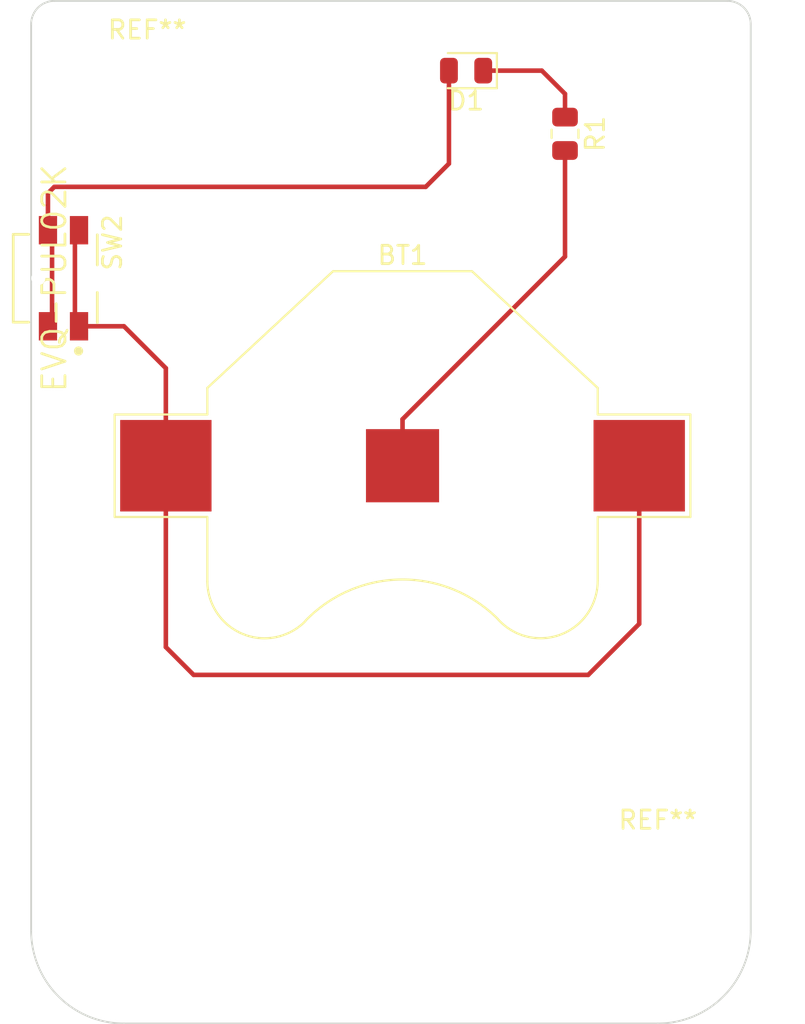
<source format=kicad_pcb>
(kicad_pcb (version 20221018) (generator pcbnew)
  (layers (0 "F.Cu" signal) (31 "B.Cu" signal) (34 "B.Paste" user) (35 "F.Paste" user) (36 "B.SilkS" user "B.Silkscreen") (37 "F.SilkS" user "F.Silkscreen") (38 "B.Mask" user) (39 "F.Mask" user) (44 "Edge.Cuts" user))
  (net 0 "")
  (net 1 "Net-(BT1-+)")
  (net 2 "Net-(BT1--)")
  (net 3 "Net-(D1-K)")
  (net 4 "Net-(D1-A)")
  (footprint "Battery:BatteryHolder_Multicomp_BC-2001_1x2032" (layer "F.Cu") (at 128.27 93.98 180)
    (fp_text reference "BT1" (at 0 11.5) (layer "F.SilkS"))
    (fp_text value "Battery")
    (fp_line (start -15.75 -2.8) (end -10.68 -2.8) (stroke (width 0.12)) (layer "F.SilkS"))
    (fp_line (start -15.75 2.8) (end -15.75 -2.8) (stroke (width 0.12)) (layer "F.SilkS"))
    (fp_line (start -15.75 2.8) (end -10.68 2.8) (stroke (width 0.12)) (layer "F.SilkS"))
    (fp_line (start -10.68 -2.8) (end -10.68 -6.28) (stroke (width 0.12)) (layer "F.SilkS"))
    (fp_line (start -10.68 2.8) (end -10.68 4.25) (stroke (width 0.12)) (layer "F.SilkS"))
    (fp_line (start -10.68 4.25) (end -3.8 10.63) (stroke (width 0.12)) (layer "F.SilkS"))
    (fp_line (start 3.8 10.63) (end -3.8 10.63) (stroke (width 0.12)) (layer "F.SilkS"))
    (fp_line (start 10.68 -2.8) (end 10.68 -6.35) (stroke (width 0.12)) (layer "F.SilkS"))
    (fp_line (start 10.68 2.8) (end 10.68 4.25) (stroke (width 0.12)) (layer "F.SilkS"))
    (fp_line (start 10.68 2.8) (end 15.75 2.8) (stroke (width 0.12)) (layer "F.SilkS"))
    (fp_line (start 10.68 4.25) (end 3.8 10.63) (stroke (width 0.12)) (layer "F.SilkS"))
    (fp_line (start 15.75 -2.8) (end 10.68 -2.8) (stroke (width 0.12)) (layer "F.SilkS"))
    (fp_line (start 15.75 2.8) (end 15.75 -2.8) (stroke (width 0.12)) (layer "F.SilkS"))
    (fp_arc (start -10.677058 -6.3) (mid -8.637972 -9.231689) (end -5.180001 -8.339999) (stroke (width 0.12)) (layer "F.SilkS"))
    (fp_arc (start 5.306422 -8.467392) (mid 0.096808 -6.218103) (end -5.169999 -8.330001) (stroke (width 0.12)) (layer "F.SilkS"))
    (fp_arc (start 5.316452 -8.492753) (mid 8.734461 -9.197232) (end 10.68 -6.3) (stroke (width 0.12)) (layer "F.SilkS"))
    (pad "1" smd rect (at -12.95 0 180) (size 5 5) (layers "F.Cu" "F.Paste" "F.Mask") (net 1 "Net-(BT1-+)"))
    (pad "1" smd rect (at 12.95 0 180) (size 5 5) (layers "F.Cu" "F.Paste" "F.Mask") (net 1 "Net-(BT1-+)"))
    (pad "2" smd rect (at 0 0 180) (size 4 4) (layers "F.Cu" "F.Paste" "F.Mask") (net 2 "Net-(BT1--)"))
  )
  (footprint "MountingHole:MountingHole_2.5mm" (layer "F.Cu") (at 142.24 116.84)
    (fp_text reference "REF**" (at 0 -3.5) (layer "F.SilkS"))
    (fp_text value "MountingHole_2.5mm")
    (pad "" np_thru_hole circle (at 0 0) (size 2.5 2.5) (drill 2.5) (layers "*.Cu" "*.Mask"))
  )
  (footprint "spareparts:Panasonic-EVQ-PUL02K-0" (layer "F.Cu") (at 109.22 83.735 -90)
    (fp_text reference "SW2" (at -3.575 -3.175 90) (layer "F.SilkS") (effects (justify right)))
    (fp_text value "EVQ-PUL02K" (at 0 0 90) (layer "F.SilkS") (effects (font (size 1.27 1.27))))
    (fp_line (start -2.4 2.25) (end -2.4 1.4) (stroke (width 0.15)) (layer "F.SilkS"))
    (fp_line (start -0.725 -2.35) (end -2.375 -2.35) (stroke (width 0.15)) (layer "F.SilkS"))
    (fp_line (start 0.775 -2.35) (end 2.425 -2.35) (stroke (width 0.15)) (layer "F.SilkS"))
    (fp_line (start 2.4 2.25) (end -2.4 2.25) (stroke (width 0.15)) (layer "F.SilkS"))
    (fp_line (start 2.4 2.25) (end 2.4 1.4) (stroke (width 0.15)) (layer "F.SilkS"))
    (fp_circle (center 3.975 -1.325) (end 4.1 -1.325) (stroke (width 0.25)) (fill none) (layer "F.SilkS"))
    (pad "" np_thru_hole circle (at 0 -1.875 270) (size 0.75 0.75) (drill 0.75) (layers "*.Cu" "*.Mask"))
    (pad "" np_thru_hole circle (at 0 0.875 270) (size 0.75 0.75) (drill 0.75) (layers "*.Cu" "*.Mask"))
    (pad "1" smd rect (at 2.625 -1.35 270) (size 1.55 1) (layers "F.Cu" "F.Paste" "F.Mask") (net 1 "Net-(BT1-+)"))
    (pad "2" smd rect (at 2.625 0.35 270) (size 1.55 1) (layers "F.Cu" "F.Paste" "F.Mask") (net 4 "Net-(D1-A)"))
    (pad "3" smd rect (at -2.625 -1.35 270) (size 1.55 1) (layers "F.Cu" "F.Paste" "F.Mask") (net 1 "Net-(BT1-+)"))
    (pad "4" smd rect (at -2.625 0.35 270) (size 1.55 1) (layers "F.Cu" "F.Paste" "F.Mask") (net 4 "Net-(D1-A)"))
  )
  (footprint "MountingHole:MountingHole_2.5mm" (layer "F.Cu") (at 114.3 73.66)
    (fp_text reference "REF**" (at 0 -3.5) (layer "F.SilkS"))
    (fp_text value "MountingHole_2.5mm")
    (pad "" np_thru_hole circle (at 0 0) (size 2.5 2.5) (drill 2.5) (layers "*.Cu" "*.Mask"))
  )
  (footprint "LED_SMD:LED_0805_2012Metric" (layer "F.Cu") (at 131.7475 72.39 180)
    (fp_text reference "D1" (at 0 -1.65) (layer "F.SilkS"))
    (fp_text value "LED")
    (fp_line (start -1.685 -0.96) (end -1.685 0.96) (stroke (width 0.12)) (layer "F.SilkS"))
    (fp_line (start -1.685 0.96) (end 1 0.96) (stroke (width 0.12)) (layer "F.SilkS"))
    (fp_line (start 1 -0.96) (end -1.685 -0.96) (stroke (width 0.12)) (layer "F.SilkS"))
    (pad "1" smd roundrect (at -0.9375 0 180) (size 0.975 1.4) (layers "F.Cu" "F.Paste" "F.Mask") (net 3 "Net-(D1-K)"))
    (pad "2" smd roundrect (at 0.9375 0 180) (size 0.975 1.4) (layers "F.Cu" "F.Paste" "F.Mask") (net 4 "Net-(D1-A)"))
  )
  (footprint "Resistor_SMD:R_0805_2012Metric" (layer "F.Cu") (at 137.16 75.8425 -90)
    (fp_text reference "R1" (at 0 -1.65 90) (layer "F.SilkS"))
    (fp_text value "R")
    (fp_line (start -0.227064 -0.735) (end 0.227064 -0.735) (stroke (width 0.12)) (layer "F.SilkS"))
    (fp_line (start -0.227064 0.735) (end 0.227064 0.735) (stroke (width 0.12)) (layer "F.SilkS"))
    (pad "1" smd roundrect (at -0.9125 0 270) (size 1.025 1.4) (layers "F.Cu" "F.Paste" "F.Mask") (roundrect_rratio 0.243902) (net 3 "Net-(D1-K)"))
    (pad "2" smd roundrect (at 0.9125 0 270) (size 1.025 1.4) (layers "F.Cu" "F.Paste" "F.Mask") (roundrect_rratio 0.243902) (net 2 "Net-(BT1--)"))
  )
  (gr_arc (start 113.03 124.46) (mid 109.437898 122.972102) (end 107.95 119.38) (stroke (width 0.1)) (layer "Edge.Cuts"))
  (gr_line (start 109.22 68.58) (end 146.05 68.58) (stroke (width 0.1)) (layer "Edge.Cuts"))
  (gr_line (start 147.32 69.85) (end 147.32 119.38) (stroke (width 0.1)) (layer "Edge.Cuts"))
  (gr_arc (start 146.05 68.58) (mid 146.948026 68.951974) (end 147.32 69.85) (stroke (width 0.1)) (layer "Edge.Cuts"))
  (gr_line (start 113.03 124.46) (end 142.24 124.46) (stroke (width 0.1)) (layer "Edge.Cuts"))
  (gr_arc (start 107.95 69.85) (mid 108.321974 68.951974) (end 109.22 68.58) (stroke (width 0.1)) (layer "Edge.Cuts"))
  (gr_line (start 107.95 119.38) (end 107.95 69.85) (stroke (width 0.1)) (layer "Edge.Cuts"))
  (gr_arc (start 147.32 119.38) (mid 145.832102 122.972102) (end 142.24 124.46) (stroke (width 0.1)) (layer "Edge.Cuts"))
  (segment (start 115.32 88.65) (end 113.03 86.36) (width 0.25) (layer "F.Cu") (net 1))
  (segment (start 115.32 93.98) (end 115.32 88.65) (width 0.25) (layer "F.Cu") (net 1))
  (segment (start 115.32 103.89) (end 116.84 105.41) (width 0.25) (layer "F.Cu") (net 1))
  (segment (start 116.84 105.41) (end 138.43 105.41) (width 0.25) (layer "F.Cu") (net 1))
  (segment (start 115.32 93.98) (end 115.32 103.89) (width 0.25) (layer "F.Cu") (net 1))
  (segment (start 138.43 105.41) (end 141.22 102.62) (width 0.25) (layer "F.Cu") (net 1))
  (segment (start 110.57 81.11) (end 110.345 81.335) (width 0.25) (layer "F.Cu") (net 1))
  (segment (start 110.345 81.335) (end 110.345 86.135) (width 0.25) (layer "F.Cu") (net 1))
  (segment (start 110.345 86.135) (end 110.57 86.36) (width 0.25) (layer "F.Cu") (net 1))
  (segment (start 141.22 102.62) (end 141.22 93.98) (width 0.25) (layer "F.Cu") (net 1))
  (segment (start 113.03 86.36) (end 110.57 86.36) (width 0.25) (layer "F.Cu") (net 1))
  (segment (start 128.27 93.98) (end 128.27 91.44) (width 0.25) (layer "F.Cu") (net 2))
  (segment (start 128.27 91.44) (end 137.16 82.55) (width 0.25) (layer "F.Cu") (net 2))
  (segment (start 137.16 82.55) (end 137.16 76.755) (width 0.25) (layer "F.Cu") (net 2))
  (segment (start 137.16 74.93) (end 137.16 73.66) (width 0.25) (layer "F.Cu") (net 3))
  (segment (start 137.16 73.66) (end 135.89 72.39) (width 0.25) (layer "F.Cu") (net 3))
  (segment (start 135.89 72.39) (end 132.685 72.39) (width 0.25) (layer "F.Cu") (net 3))
  (segment (start 108.87 79.09) (end 109.22 78.74) (width 0.25) (layer "F.Cu") (net 4))
  (segment (start 130.81 77.47) (end 130.81 72.39) (width 0.25) (layer "F.Cu") (net 4))
  (segment (start 109.095 86.135) (end 108.87 86.36) (width 0.25) (layer "F.Cu") (net 4))
  (segment (start 109.22 78.74) (end 129.54 78.74) (width 0.25) (layer "F.Cu") (net 4))
  (segment (start 109.095 81.335) (end 109.095 86.135) (width 0.25) (layer "F.Cu") (net 4))
  (segment (start 108.87 81.11) (end 108.87 79.09) (width 0.25) (layer "F.Cu") (net 4))
  (segment (start 129.54 78.74) (end 130.81 77.47) (width 0.25) (layer "F.Cu") (net 4))
  (segment (start 108.87 81.11) (end 109.095 81.335) (width 0.25) (layer "F.Cu") (net 4))
)
</source>
